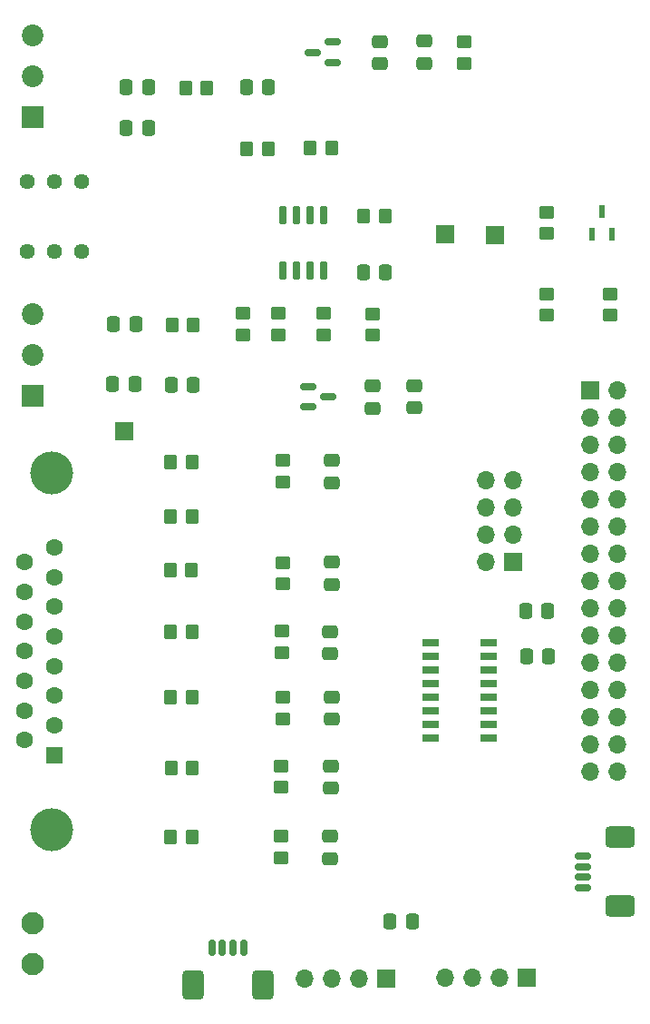
<source format=gbr>
%TF.GenerationSoftware,KiCad,Pcbnew,9.0.6*%
%TF.CreationDate,2025-11-25T17:06:26+11:00*%
%TF.ProjectId,v8_equip_analog_RVR,76385f65-7175-4697-905f-616e616c6f67,rev?*%
%TF.SameCoordinates,Original*%
%TF.FileFunction,Soldermask,Top*%
%TF.FilePolarity,Negative*%
%FSLAX46Y46*%
G04 Gerber Fmt 4.6, Leading zero omitted, Abs format (unit mm)*
G04 Created by KiCad (PCBNEW 9.0.6) date 2025-11-25 17:06:26*
%MOMM*%
%LPD*%
G01*
G04 APERTURE LIST*
G04 Aperture macros list*
%AMRoundRect*
0 Rectangle with rounded corners*
0 $1 Rounding radius*
0 $2 $3 $4 $5 $6 $7 $8 $9 X,Y pos of 4 corners*
0 Add a 4 corners polygon primitive as box body*
4,1,4,$2,$3,$4,$5,$6,$7,$8,$9,$2,$3,0*
0 Add four circle primitives for the rounded corners*
1,1,$1+$1,$2,$3*
1,1,$1+$1,$4,$5*
1,1,$1+$1,$6,$7*
1,1,$1+$1,$8,$9*
0 Add four rect primitives between the rounded corners*
20,1,$1+$1,$2,$3,$4,$5,0*
20,1,$1+$1,$4,$5,$6,$7,0*
20,1,$1+$1,$6,$7,$8,$9,0*
20,1,$1+$1,$8,$9,$2,$3,0*%
G04 Aperture macros list end*
%ADD10C,4.000000*%
%ADD11R,1.600000X1.600000*%
%ADD12C,1.600000*%
%ADD13RoundRect,0.150000X-0.150000X0.725000X-0.150000X-0.725000X0.150000X-0.725000X0.150000X0.725000X0*%
%ADD14RoundRect,0.250000X-0.450000X0.350000X-0.450000X-0.350000X0.450000X-0.350000X0.450000X0.350000X0*%
%ADD15RoundRect,0.250000X-0.337500X-0.475000X0.337500X-0.475000X0.337500X0.475000X-0.337500X0.475000X0*%
%ADD16RoundRect,0.250000X0.450000X-0.350000X0.450000X0.350000X-0.450000X0.350000X-0.450000X-0.350000X0*%
%ADD17RoundRect,0.250000X-0.475000X0.337500X-0.475000X-0.337500X0.475000X-0.337500X0.475000X0.337500X0*%
%ADD18RoundRect,0.250000X-0.350000X-0.450000X0.350000X-0.450000X0.350000X0.450000X-0.350000X0.450000X0*%
%ADD19RoundRect,0.250000X0.337500X0.475000X-0.337500X0.475000X-0.337500X-0.475000X0.337500X-0.475000X0*%
%ADD20RoundRect,0.250000X0.475000X-0.337500X0.475000X0.337500X-0.475000X0.337500X-0.475000X-0.337500X0*%
%ADD21R,2.025000X2.025000*%
%ADD22C,2.025000*%
%ADD23C,1.440000*%
%ADD24RoundRect,0.150000X-0.150000X-0.625000X0.150000X-0.625000X0.150000X0.625000X-0.150000X0.625000X0*%
%ADD25RoundRect,0.416666X-0.583334X-0.970834X0.583334X-0.970834X0.583334X0.970834X-0.583334X0.970834X0*%
%ADD26R,1.700000X1.700000*%
%ADD27O,1.700000X1.700000*%
%ADD28C,2.100000*%
%ADD29RoundRect,0.150000X-0.587500X-0.150000X0.587500X-0.150000X0.587500X0.150000X-0.587500X0.150000X0*%
%ADD30RoundRect,0.150000X0.625000X-0.150000X0.625000X0.150000X-0.625000X0.150000X-0.625000X-0.150000X0*%
%ADD31RoundRect,0.416666X0.970834X-0.583334X0.970834X0.583334X-0.970834X0.583334X-0.970834X-0.583334X0*%
%ADD32RoundRect,0.250000X0.350000X0.450000X-0.350000X0.450000X-0.350000X-0.450000X0.350000X-0.450000X0*%
%ADD33RoundRect,0.150000X0.587500X0.150000X-0.587500X0.150000X-0.587500X-0.150000X0.587500X-0.150000X0*%
%ADD34R,0.600000X1.250000*%
%ADD35R,1.500000X0.650000*%
G04 APERTURE END LIST*
D10*
%TO.C,J3*%
X4700000Y-45155000D03*
X4700000Y-78455000D03*
D11*
X5000000Y-71500000D03*
D12*
X5000000Y-68730000D03*
X5000000Y-65960000D03*
X5000000Y-63190000D03*
X5000000Y-60420000D03*
X5000000Y-57650000D03*
X5000000Y-54880000D03*
X5000000Y-52110000D03*
X2160000Y-70115000D03*
X2160000Y-67345000D03*
X2160000Y-64575000D03*
X2160000Y-61805000D03*
X2160000Y-59035000D03*
X2160000Y-56265000D03*
X2160000Y-53495000D03*
%TD*%
D13*
%TO.C,U1*%
X30149800Y-21174000D03*
X28879800Y-21174000D03*
X27609800Y-21174000D03*
X26339800Y-21174000D03*
X26339800Y-26324000D03*
X27609800Y-26324000D03*
X28879800Y-26324000D03*
X30149800Y-26324000D03*
%TD*%
D14*
%TO.C,R13*%
X26138200Y-79086200D03*
X26138200Y-81086200D03*
%TD*%
D15*
%TO.C,C10*%
X49102100Y-62255400D03*
X51177100Y-62255400D03*
%TD*%
D16*
%TO.C,R18*%
X50927000Y-22869400D03*
X50927000Y-20869400D03*
%TD*%
D15*
%TO.C,C15*%
X36325900Y-87045800D03*
X38400900Y-87045800D03*
%TD*%
D17*
%TO.C,C7*%
X30782500Y-72495500D03*
X30782500Y-74570500D03*
%TD*%
D18*
%TO.C,R10*%
X15886400Y-72684129D03*
X17886400Y-72684129D03*
%TD*%
D19*
%TO.C,C9*%
X13762900Y-9220200D03*
X11687900Y-9220200D03*
%TD*%
D18*
%TO.C,R17*%
X33899600Y-21183600D03*
X35899600Y-21183600D03*
%TD*%
D14*
%TO.C,R8*%
X26265900Y-59934600D03*
X26265900Y-61934600D03*
%TD*%
%TO.C,R7*%
X26314400Y-66106800D03*
X26314400Y-68106800D03*
%TD*%
D17*
%TO.C,C3*%
X30736300Y-59973300D03*
X30736300Y-62048300D03*
%TD*%
D20*
%TO.C,C21*%
X34721800Y-39137500D03*
X34721800Y-37062500D03*
%TD*%
D21*
%TO.C,J6*%
X3000000Y-12000000D03*
D22*
X3000000Y-8190000D03*
X3000000Y-4380000D03*
%TD*%
D23*
%TO.C,RV1*%
X7500000Y-18000000D03*
X4960000Y-18000000D03*
X2420000Y-18000000D03*
%TD*%
D14*
%TO.C,R24*%
X22580600Y-30292800D03*
X22580600Y-32292800D03*
%TD*%
D15*
%TO.C,C16*%
X33836700Y-26492200D03*
X35911700Y-26492200D03*
%TD*%
D20*
%TO.C,C20*%
X38633400Y-39112100D03*
X38633400Y-37037100D03*
%TD*%
D18*
%TO.C,R6*%
X15861000Y-66115729D03*
X17861000Y-66115729D03*
%TD*%
D24*
%TO.C,CON4*%
X19683600Y-89490800D03*
X20683600Y-89490800D03*
X21683600Y-89490800D03*
X22683600Y-89490800D03*
D25*
X17983200Y-92913200D03*
X24434800Y-92913200D03*
%TD*%
D26*
%TO.C,J1*%
X54991000Y-37439600D03*
D27*
X57531000Y-37439600D03*
X54991000Y-39979600D03*
X57531000Y-39979600D03*
X54991000Y-42519600D03*
X57531000Y-42519600D03*
X54991000Y-45059600D03*
X57531000Y-45059600D03*
X54991000Y-47599600D03*
X57531000Y-47599600D03*
X54991000Y-50139600D03*
X57531000Y-50139600D03*
X54991000Y-52679600D03*
X57531000Y-52679600D03*
X54991000Y-55219600D03*
X57531000Y-55219600D03*
X54991000Y-57759600D03*
X57531000Y-57759600D03*
X54991000Y-60299600D03*
X57531000Y-60299600D03*
X54991000Y-62839600D03*
X57531000Y-62839600D03*
X54991000Y-65379600D03*
X57531000Y-65379600D03*
X54991000Y-67919600D03*
X57531000Y-67919600D03*
X54991000Y-70459600D03*
X57531000Y-70459600D03*
X54991000Y-72999600D03*
X57531000Y-72999600D03*
%TD*%
D16*
%TO.C,R14*%
X56870600Y-30489400D03*
X56870600Y-28489400D03*
%TD*%
D14*
%TO.C,R3*%
X26339800Y-44004900D03*
X26339800Y-46004900D03*
%TD*%
D15*
%TO.C,C12*%
X22914700Y-9194800D03*
X24989700Y-9194800D03*
%TD*%
D26*
%TO.C,J2*%
X11506200Y-41249600D03*
%TD*%
D15*
%TO.C,C11*%
X11713300Y-13030200D03*
X13788300Y-13030200D03*
%TD*%
D14*
%TO.C,R4*%
X26339800Y-53544471D03*
X26339800Y-55544471D03*
%TD*%
D28*
%TO.C,J4*%
X2971800Y-90982800D03*
X2971800Y-87172800D03*
%TD*%
D18*
%TO.C,R2*%
X15814800Y-54229000D03*
X17814800Y-54229000D03*
%TD*%
D16*
%TO.C,R15*%
X50927000Y-30464000D03*
X50927000Y-28464000D03*
%TD*%
D29*
%TO.C,D10*%
X28704300Y-37099200D03*
X28704300Y-38999200D03*
X30579300Y-38049200D03*
%TD*%
D18*
%TO.C,R5*%
X15865600Y-59994800D03*
X17865600Y-59994800D03*
%TD*%
D20*
%TO.C,C14*%
X35407600Y-7006500D03*
X35407600Y-4931500D03*
%TD*%
D17*
%TO.C,C4*%
X30861000Y-66069300D03*
X30861000Y-68144300D03*
%TD*%
D20*
%TO.C,C13*%
X39497000Y-6955700D03*
X39497000Y-4880700D03*
%TD*%
D26*
%TO.C,J5*%
X47802800Y-53441600D03*
D27*
X45262800Y-53441600D03*
X47802800Y-50901600D03*
X45262800Y-50901600D03*
X47802800Y-48361600D03*
X45262800Y-48361600D03*
X47802800Y-45821600D03*
X45262800Y-45821600D03*
%TD*%
D30*
%TO.C,CON2*%
X54388000Y-83897600D03*
X54388000Y-82897600D03*
X54388000Y-81897600D03*
X54388000Y-80897600D03*
D31*
X57810400Y-85598000D03*
X57810400Y-79146400D03*
%TD*%
D32*
%TO.C,R9*%
X17840200Y-49276000D03*
X15840200Y-49276000D03*
%TD*%
D33*
%TO.C,D8*%
X31011100Y-6893600D03*
X31011100Y-4993600D03*
X29136100Y-5943600D03*
%TD*%
D34*
%TO.C,IC2*%
X55158600Y-22919400D03*
X57058600Y-22919400D03*
X56108600Y-20819400D03*
%TD*%
D19*
%TO.C,C19*%
X17953900Y-36957000D03*
X15878900Y-36957000D03*
%TD*%
D17*
%TO.C,C2*%
X30861000Y-53506971D03*
X30861000Y-55581971D03*
%TD*%
D26*
%TO.C,J7*%
X46177200Y-22961600D03*
%TD*%
D16*
%TO.C,R20*%
X43256200Y-6969000D03*
X43256200Y-4969000D03*
%TD*%
D14*
%TO.C,R23*%
X30175200Y-30318200D03*
X30175200Y-32318200D03*
%TD*%
D18*
%TO.C,R11*%
X15839500Y-79120529D03*
X17839500Y-79120529D03*
%TD*%
%TO.C,R21*%
X22977600Y-14935200D03*
X24977600Y-14935200D03*
%TD*%
D15*
%TO.C,C5*%
X49000500Y-58013600D03*
X51075500Y-58013600D03*
%TD*%
D26*
%TO.C,J9*%
X41478200Y-22936200D03*
%TD*%
D14*
%TO.C,R12*%
X26185100Y-72507600D03*
X26185100Y-74507600D03*
%TD*%
D17*
%TO.C,C1*%
X30886400Y-43996700D03*
X30886400Y-46071700D03*
%TD*%
D23*
%TO.C,RV2*%
X7500000Y-24500000D03*
X4960000Y-24500000D03*
X2420000Y-24500000D03*
%TD*%
D19*
%TO.C,C17*%
X12594500Y-31318200D03*
X10519500Y-31318200D03*
%TD*%
D21*
%TO.C,J8*%
X3000000Y-38000000D03*
D22*
X3000000Y-34190000D03*
X3000000Y-30380000D03*
%TD*%
D17*
%TO.C,C8*%
X30735600Y-79084300D03*
X30735600Y-81159300D03*
%TD*%
D26*
%TO.C,CON1*%
X49123600Y-92252800D03*
D27*
X46583600Y-92252800D03*
X44043600Y-92252800D03*
X41503600Y-92252800D03*
%TD*%
D18*
%TO.C,R19*%
X28895800Y-14909800D03*
X30895800Y-14909800D03*
%TD*%
%TO.C,R16*%
X17237200Y-9296400D03*
X19237200Y-9296400D03*
%TD*%
D15*
%TO.C,C18*%
X10443300Y-36880800D03*
X12518300Y-36880800D03*
%TD*%
D14*
%TO.C,R25*%
X34747200Y-30343600D03*
X34747200Y-32343600D03*
%TD*%
D18*
%TO.C,R22*%
X15967200Y-31369000D03*
X17967200Y-31369000D03*
%TD*%
%TO.C,R1*%
X15840200Y-44145200D03*
X17840200Y-44145200D03*
%TD*%
D35*
%TO.C,IC1*%
X40149800Y-60985400D03*
X40149800Y-62255400D03*
X40149800Y-63525400D03*
X40149800Y-64795400D03*
X40149800Y-66065400D03*
X40149800Y-67335400D03*
X40149800Y-68605400D03*
X40149800Y-69875400D03*
X45549800Y-69875400D03*
X45549800Y-68605400D03*
X45549800Y-67335400D03*
X45549800Y-66065400D03*
X45549800Y-64795400D03*
X45549800Y-63525400D03*
X45549800Y-62255400D03*
X45549800Y-60985400D03*
%TD*%
D16*
%TO.C,R26*%
X25908000Y-32292800D03*
X25908000Y-30292800D03*
%TD*%
D26*
%TO.C,CON3*%
X36017200Y-92379800D03*
D27*
X33477200Y-92379800D03*
X30937200Y-92379800D03*
X28397200Y-92379800D03*
%TD*%
M02*

</source>
